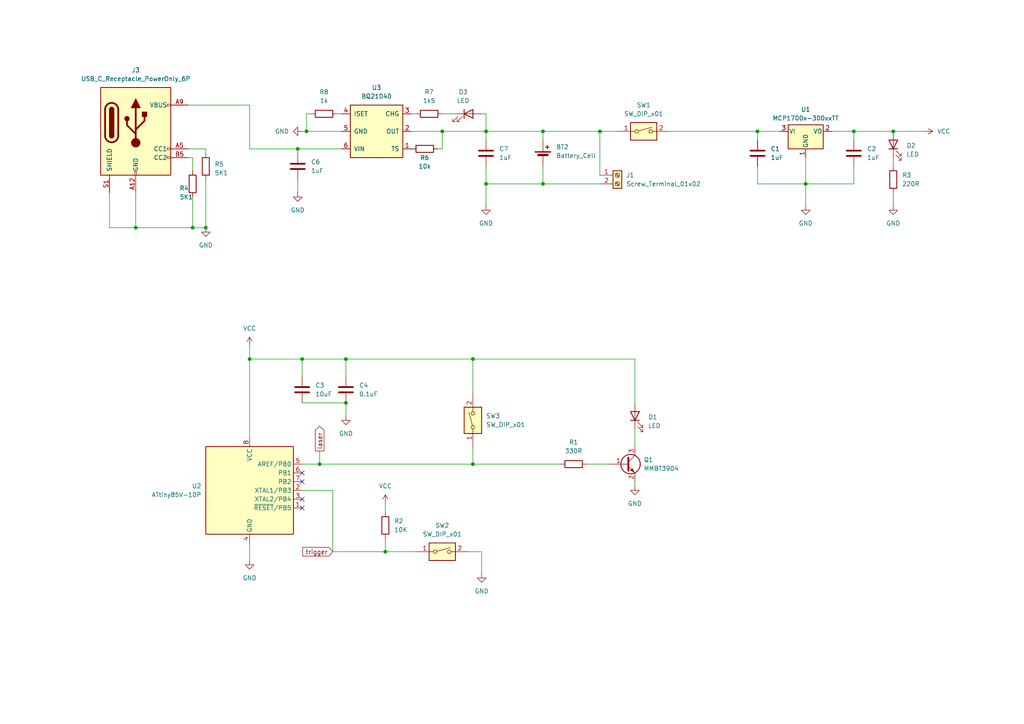
<source format=kicad_sch>
(kicad_sch (version 20230121) (generator eeschema)
  (paper "A4")
  (lib_symbols
    (symbol "BQ21040:BQ21040" (pin_names (offset 1.016))
      (property "Reference" "U" (at -6.35 11.43 0))
      (property "Value" "BQ21040" (at -3.81 8.89 0))
      (symbol "BQ21040_0_1"
        (rectangle (start -7.62 7.62) (end 7.62 -7.62) (stroke (width 0.254)) (fill (type background)))
      )
      (symbol "BQ21040_1_1"
        (pin input line (at -10.16 5.08 0) (length 2.54) (name "TS") (number "1"))
        (pin power_out line (at -10.16 0 0) (length 2.54) (name "OUT") (number "2"))
        (pin output line (at -10.16 -5.08 0) (length 2.54) (name "CHG") (number "3"))
        (pin input line (at 10.16 -5.08 180) (length 2.54) (name "ISET") (number "4"))
        (pin power_in line (at 10.16 0 180) (length 2.54) (name "GND") (number "5"))
        (pin power_in line (at 10.16 5.08 180) (length 2.54) (name "VIN") (number "6"))
      )
    )
    (symbol "Battery_Cell_1" (pin_numbers hide) (pin_names (offset 0) hide)
      (property "Reference" "BT" (at 2.54 2.54 0))
      (property "Value" "Battery_Cell" (at 2.54 0 0))
      (symbol "Battery_Cell_1_0_1"
        (rectangle (start -2.286 1.778) (end 2.286 1.524) (fill (type outline)))
        (rectangle (start -1.524 1.016) (end 1.524 0.508) (fill (type outline)))
        (polyline (pts (xy 0 0.762) (xy 0 0)))
        (polyline (pts (xy 0 1.778) (xy 0 2.54)))
        (polyline (pts (xy 0.762 3.048) (xy 1.778 3.048)) (stroke (width 0.254)))
        (polyline (pts (xy 1.27 3.556) (xy 1.27 2.54)) (stroke (width 0.254)))
      )
      (symbol "Battery_Cell_1_1_1"
        (pin passive line (at 0 5.08 270) (length 2.54) (name "+") (number "1"))
        (pin passive line (at 0 -2.54 90) (length 2.54) (name "-") (number "2"))
      )
    )
    (symbol "Connector:Screw_Terminal_01x02" (pin_names (offset 1.016) hide)
      (property "Reference" "J" (at 0 2.54 0))
      (property "Value" "Screw_Terminal_01x02" (at 0 -5.08 0))
      (symbol "Screw_Terminal_01x02_1_1"
        (rectangle (start -1.27 1.27) (end 1.27 -3.81) (stroke (width 0.254)) (fill (type background)))
        (circle (center 0 -2.54) (radius 0.635) (stroke (width 0.1524)))
        (polyline (pts (xy -0.5334 -2.2098) (xy 0.3302 -3.048)) (stroke (width 0.1524)))
        (polyline (pts (xy -0.5334 0.3302) (xy 0.3302 -0.508)) (stroke (width 0.1524)))
        (polyline (pts (xy -0.3556 -2.032) (xy 0.508 -2.8702)) (stroke (width 0.1524)))
        (polyline (pts (xy -0.3556 0.508) (xy 0.508 -0.3302)) (stroke (width 0.1524)))
        (circle (center 0 0) (radius 0.635) (stroke (width 0.1524)))
        (pin passive line (at -5.08 0 0) (length 3.81) (name "Pin_1") (number "1"))
        (pin passive line (at -5.08 -2.54 0) (length 3.81) (name "Pin_2") (number "2"))
      )
    )
    (symbol "Connector:USB_C_Receptacle_PowerOnly_6P" (pin_names (offset 1.016))
      (property "Reference" "J" (at 0 16.51 0))
      (property "Value" "USB_C_Receptacle_PowerOnly_6P" (at 0 13.97 0))
      (symbol "USB_C_Receptacle_PowerOnly_6P_0_0"
        (rectangle (start -0.254 -12.7) (end 0.254 -11.684))
        (rectangle (start 10.16 -7.366) (end 9.144 -7.874))
        (rectangle (start 10.16 -4.826) (end 9.144 -5.334))
        (rectangle (start 10.16 7.874) (end 9.144 7.366))
      )
      (symbol "USB_C_Receptacle_PowerOnly_6P_0_1"
        (rectangle (start -10.16 12.7) (end 10.16 -12.7) (stroke (width 0.254)) (fill (type background)))
        (arc (start -8.89 -1.27) (mid -6.985 -3.1667) (end -5.08 -1.27) (stroke (width 0.508)))
        (arc (start -7.62 -1.27) (mid -6.985 -1.9023) (end -6.35 -1.27) (stroke (width 0.254)))
        (arc (start -7.62 -1.27) (mid -6.985 -1.9023) (end -6.35 -1.27) (stroke (width 0.254)) (fill (type outline)))
        (rectangle (start -7.62 -1.27) (end -6.35 6.35) (stroke (width 0.254)) (fill (type outline)))
        (arc (start -6.35 6.35) (mid -6.985 6.9823) (end -7.62 6.35) (stroke (width 0.254)))
        (arc (start -6.35 6.35) (mid -6.985 6.9823) (end -7.62 6.35) (stroke (width 0.254)) (fill (type outline)))
        (arc (start -5.08 6.35) (mid -6.985 8.2467) (end -8.89 6.35) (stroke (width 0.508)))
        (circle (center -2.54 3.683) (radius 0.635) (stroke (width 0.254)) (fill (type outline)))
        (circle (center 0 -3.302) (radius 1.27) (fill (type outline)))
        (polyline (pts (xy -8.89 -1.27) (xy -8.89 6.35)) (stroke (width 0.508)))
        (polyline (pts (xy -5.08 6.35) (xy -5.08 -1.27)) (stroke (width 0.508)))
        (polyline (pts (xy 0 -3.302) (xy 0 6.858)) (stroke (width 0.508)))
        (polyline (pts (xy 0 -0.762) (xy -2.54 1.778) (xy -2.54 3.048)) (stroke (width 0.508)))
        (polyline (pts (xy 0 0.508) (xy 2.54 3.048) (xy 2.54 4.318)) (stroke (width 0.508)))
        (polyline (pts (xy -1.27 6.858) (xy 0 9.398) (xy 1.27 6.858) (xy -1.27 6.858)) (stroke (width 0.254)) (fill (type outline)))
        (rectangle (start 1.905 4.318) (end 3.175 5.588) (stroke (width 0.254)) (fill (type outline)))
      )
      (symbol "USB_C_Receptacle_PowerOnly_6P_1_1"
        (pin passive line (at 0 -17.78 90) (length 5.08) (name "GND") (number "A12"))
        (pin bidirectional line (at 15.24 -5.08 180) (length 5.08) (name "CC1") (number "A5"))
        (pin passive line (at 15.24 7.62 180) (length 5.08) (name "VBUS") (number "A9"))
        (pin passive line (at 0 -17.78 90) (length 5.08) hide (name "GND") (number "B12"))
        (pin bidirectional line (at 15.24 -7.62 180) (length 5.08) (name "CC2") (number "B5"))
        (pin passive line (at 15.24 7.62 180) (length 5.08) hide (name "VBUS") (number "B9"))
        (pin passive line (at -7.62 -17.78 90) (length 5.08) (name "SHIELD") (number "S1"))
      )
    )
    (symbol "Device:C" (pin_numbers hide) (pin_names (offset 0.254))
      (property "Reference" "C" (at 0.635 2.54 0))
      (property "Value" "C" (at 0.635 -2.54 0))
      (symbol "C_0_1"
        (polyline (pts (xy -2.032 -0.762) (xy 2.032 -0.762)) (stroke (width 0.508)))
        (polyline (pts (xy -2.032 0.762) (xy 2.032 0.762)) (stroke (width 0.508)))
      )
      (symbol "C_1_1"
        (pin passive line (at 0 3.81 270) (length 2.794) (name "~") (number "1"))
        (pin passive line (at 0 -3.81 90) (length 2.794) (name "~") (number "2"))
      )
    )
    (symbol "Device:LED" (pin_numbers hide) (pin_names (offset 1.016) hide)
      (property "Reference" "D" (at 0 2.54 0))
      (property "Value" "LED" (at 0 -2.54 0))
      (symbol "LED_0_1"
        (polyline (pts (xy -1.27 -1.27) (xy -1.27 1.27)) (stroke (width 0.254)))
        (polyline (pts (xy -1.27 0) (xy 1.27 0)))
        (polyline (pts (xy 1.27 -1.27) (xy 1.27 1.27) (xy -1.27 0) (xy 1.27 -1.27)) (stroke (width 0.254)))
        (polyline (pts (xy -3.048 -0.762) (xy -4.572 -2.286) (xy -3.81 -2.286) (xy -4.572 -2.286) (xy -4.572 -1.524)))
        (polyline (pts (xy -1.778 -0.762) (xy -3.302 -2.286) (xy -2.54 -2.286) (xy -3.302 -2.286) (xy -3.302 -1.524)))
      )
      (symbol "LED_1_1"
        (pin passive line (at -3.81 0 0) (length 2.54) (name "K") (number "1"))
        (pin passive line (at 3.81 0 180) (length 2.54) (name "A") (number "2"))
      )
    )
    (symbol "Device:R" (pin_numbers hide) (pin_names (offset 0))
      (property "Reference" "R" (at 2.032 0 90))
      (property "Value" "R" (at 0 0 90))
      (symbol "R_0_1"
        (rectangle (start -1.016 -2.54) (end 1.016 2.54) (stroke (width 0.254)))
      )
      (symbol "R_1_1"
        (pin passive line (at 0 3.81 270) (length 1.27) (name "~") (number "1"))
        (pin passive line (at 0 -3.81 90) (length 1.27) (name "~") (number "2"))
      )
    )
    (symbol "MCU_Microchip_ATtiny:ATtiny85V-10P"
      (property "Reference" "U" (at -12.7 13.97 0))
      (property "Value" "ATtiny85V-10P" (at 2.54 -13.97 0))
      (symbol "ATtiny85V-10P_0_1"
        (rectangle (start -12.7 -12.7) (end 12.7 12.7) (stroke (width 0.254)) (fill (type background)))
      )
      (symbol "ATtiny85V-10P_1_1"
        (pin bidirectional line (at 15.24 -5.08 180) (length 2.54) (name "~{RESET}/PB5") (number "1"))
        (pin bidirectional line (at 15.24 0 180) (length 2.54) (name "XTAL1/PB3") (number "2"))
        (pin bidirectional line (at 15.24 -2.54 180) (length 2.54) (name "XTAL2/PB4") (number "3"))
        (pin power_in line (at 0 -15.24 90) (length 2.54) (name "GND") (number "4"))
        (pin bidirectional line (at 15.24 7.62 180) (length 2.54) (name "AREF/PB0") (number "5"))
        (pin bidirectional line (at 15.24 5.08 180) (length 2.54) (name "PB1") (number "6"))
        (pin bidirectional line (at 15.24 2.54 180) (length 2.54) (name "PB2") (number "7"))
        (pin power_in line (at 0 15.24 270) (length 2.54) (name "VCC") (number "8"))
      )
    )
    (symbol "Regulator_Linear:MCP1700x-300xxTT" (pin_names (offset 0.254))
      (property "Reference" "U" (at -3.81 3.175 0))
      (property "Value" "MCP1700x-300xxTT" (at 0 3.175 0))
      (symbol "MCP1700x-300xxTT_0_1"
        (rectangle (start -5.08 1.905) (end 5.08 -5.08) (stroke (width 0.254)) (fill (type background)))
      )
      (symbol "MCP1700x-300xxTT_1_1"
        (pin power_in line (at 0 -7.62 90) (length 2.54) (name "GND") (number "1"))
        (pin power_out line (at 7.62 0 180) (length 2.54) (name "VO") (number "2"))
        (pin power_in line (at -7.62 0 0) (length 2.54) (name "VI") (number "3"))
      )
    )
    (symbol "Switch:SW_DIP_x01" (pin_names (offset 0) hide)
      (property "Reference" "SW" (at 0 3.81 0))
      (property "Value" "SW_DIP_x01" (at 0 -3.81 0))
      (symbol "SW_DIP_x01_0_0"
        (circle (center -2.032 0) (radius 0.508))
        (polyline (pts (xy -1.524 0.127) (xy 2.3622 1.1684)))
        (circle (center 2.032 0) (radius 0.508))
      )
      (symbol "SW_DIP_x01_0_1"
        (rectangle (start -3.81 2.54) (end 3.81 -2.54) (stroke (width 0.254)) (fill (type background)))
      )
      (symbol "SW_DIP_x01_1_1"
        (pin passive line (at -7.62 0 0) (length 5.08) (name "~") (number "1"))
        (pin passive line (at 7.62 0 180) (length 5.08) (name "~") (number "2"))
      )
    )
    (symbol "Transistor_BJT:MMBT3904" (pin_names (offset 0) hide)
      (property "Reference" "Q" (at 5.08 1.905 0))
      (property "Value" "MMBT3904" (at 5.08 0 0))
      (symbol "MMBT3904_0_1"
        (polyline (pts (xy 0.635 0.635) (xy 2.54 2.54)))
        (polyline (pts (xy 0.635 -0.635) (xy 2.54 -2.54) (xy 2.54 -2.54)))
        (polyline (pts (xy 0.635 1.905) (xy 0.635 -1.905) (xy 0.635 -1.905)) (stroke (width 0.508)))
        (polyline (pts (xy 1.27 -1.778) (xy 1.778 -1.27) (xy 2.286 -2.286) (xy 1.27 -1.778) (xy 1.27 -1.778)) (fill (type outline)))
        (circle (center 1.27 0) (radius 2.8194) (stroke (width 0.254)))
      )
      (symbol "MMBT3904_1_1"
        (pin input line (at -5.08 0 0) (length 5.715) (name "B") (number "1"))
        (pin passive line (at 2.54 -5.08 90) (length 2.54) (name "E") (number "2"))
        (pin passive line (at 2.54 5.08 270) (length 2.54) (name "C") (number "3"))
      )
    )
    (symbol "power:GND" (power) (pin_names (offset 0))
      (property "Value" "GND" (at 0 -3.81 0))
      (symbol "GND_0_1"
        (polyline (pts (xy 0 0) (xy 0 -1.27) (xy 1.27 -1.27) (xy 0 -2.54) (xy -1.27 -1.27) (xy 0 -1.27)))
      )
      (symbol "GND_1_1"
        (pin power_in line (at 0 0 270) (length 0) hide (name "GND") (number "1"))
      )
    )
    (symbol "power:VCC" (power) (pin_names (offset 0))
      (property "Value" "VCC" (at 0 3.81 0))
      (symbol "VCC_0_1"
        (polyline (pts (xy -0.762 1.27) (xy 0 2.54)))
        (polyline (pts (xy 0 0) (xy 0 2.54)))
        (polyline (pts (xy 0 2.54) (xy 0.762 1.27)))
      )
      (symbol "VCC_1_1"
        (pin power_in line (at 0 0 90) (length 0) hide (name "VCC") (number "1"))
      )
    )
  )
  (junction (at 86.36 43.18))
  (junction (at 128.27 38.1))
  (junction (at 100.33 104.14))
  (junction (at 173.99 38.1))
  (junction (at 233.68 53.34))
  (junction (at 87.63 104.14))
  (junction (at 140.97 38.1))
  (junction (at 55.88 66.04))
  (junction (at 88.9 38.1))
  (junction (at 157.48 53.34))
  (junction (at 259.08 38.1))
  (junction (at 219.71 38.1))
  (junction (at 111.76 160.02))
  (junction (at 100.33 116.84))
  (junction (at 247.65 38.1))
  (junction (at 72.39 104.14))
  (junction (at 137.16 104.14))
  (junction (at 59.69 66.04))
  (junction (at 137.16 134.62))
  (junction (at 39.37 66.04))
  (junction (at 157.48 38.1))
  (junction (at 92.71 134.62))
  (junction (at 140.97 53.34))
  (no_connect (at 87.63 137.16))
  (no_connect (at 87.63 147.32))
  (no_connect (at 87.63 139.7))
  (no_connect (at 87.63 144.78))
  (wire (pts (xy 92.71 134.62) (xy 87.63 134.62)))
  (wire (pts (xy 259.08 38.1) (xy 247.65 38.1)))
  (wire (pts (xy 140.97 33.02) (xy 139.7 33.02)))
  (wire (pts (xy 184.15 124.46) (xy 184.15 129.54)))
  (wire (pts (xy 128.27 38.1) (xy 128.27 43.18)))
  (wire (pts (xy 162.56 134.62) (xy 137.16 134.62)))
  (wire (pts (xy 137.16 104.14) (xy 137.16 114.3)))
  (wire (pts (xy 39.37 66.04) (xy 55.88 66.04)))
  (wire (pts (xy 88.9 38.1) (xy 99.06 38.1)))
  (wire (pts (xy 219.71 38.1) (xy 219.71 40.64)))
  (wire (pts (xy 96.52 142.24) (xy 96.52 160.02)))
  (wire (pts (xy 140.97 59.69) (xy 140.97 53.34)))
  (wire (pts (xy 173.99 38.1) (xy 173.99 50.8)))
  (wire (pts (xy 135.89 160.02) (xy 139.7 160.02)))
  (wire (pts (xy 88.9 33.02) (xy 88.9 38.1)))
  (wire (pts (xy 173.99 38.1) (xy 179.07 38.1)))
  (wire (pts (xy 157.48 53.34) (xy 140.97 53.34)))
  (wire (pts (xy 88.9 38.1) (xy 87.63 38.1)))
  (wire (pts (xy 233.68 45.72) (xy 233.68 53.34)))
  (wire (pts (xy 219.71 53.34) (xy 219.71 48.26)))
  (wire (pts (xy 219.71 38.1) (xy 226.06 38.1)))
  (wire (pts (xy 157.48 38.1) (xy 173.99 38.1)))
  (wire (pts (xy 72.39 43.18) (xy 86.36 43.18)))
  (wire (pts (xy 86.36 43.18) (xy 86.36 44.45)))
  (wire (pts (xy 88.9 33.02) (xy 90.17 33.02)))
  (wire (pts (xy 59.69 43.18) (xy 59.69 44.45)))
  (wire (pts (xy 194.31 38.1) (xy 219.71 38.1)))
  (wire (pts (xy 157.48 38.1) (xy 140.97 38.1)))
  (wire (pts (xy 54.61 30.48) (xy 72.39 30.48)))
  (wire (pts (xy 97.79 33.02) (xy 99.06 33.02)))
  (wire (pts (xy 31.75 55.88) (xy 31.75 66.04)))
  (wire (pts (xy 111.76 160.02) (xy 120.65 160.02)))
  (wire (pts (xy 184.15 116.84) (xy 184.15 104.14)))
  (wire (pts (xy 54.61 43.18) (xy 59.69 43.18)))
  (wire (pts (xy 92.71 130.81) (xy 92.71 134.62)))
  (wire (pts (xy 170.18 134.62) (xy 176.53 134.62)))
  (wire (pts (xy 137.16 134.62) (xy 92.71 134.62)))
  (wire (pts (xy 241.3 38.1) (xy 247.65 38.1)))
  (wire (pts (xy 137.16 129.54) (xy 137.16 134.62)))
  (wire (pts (xy 157.48 40.64) (xy 157.48 38.1)))
  (wire (pts (xy 72.39 104.14) (xy 72.39 127)))
  (wire (pts (xy 100.33 116.84) (xy 100.33 120.65)))
  (wire (pts (xy 54.61 45.72) (xy 55.88 45.72)))
  (wire (pts (xy 120.65 33.02) (xy 119.38 33.02)))
  (wire (pts (xy 247.65 48.26) (xy 247.65 53.34)))
  (wire (pts (xy 259.08 45.72) (xy 259.08 48.26)))
  (wire (pts (xy 259.08 55.88) (xy 259.08 59.69)))
  (wire (pts (xy 184.15 139.7) (xy 184.15 140.97)))
  (wire (pts (xy 247.65 53.34) (xy 233.68 53.34)))
  (wire (pts (xy 140.97 33.02) (xy 140.97 38.1)))
  (wire (pts (xy 139.7 160.02) (xy 139.7 166.37)))
  (wire (pts (xy 111.76 156.21) (xy 111.76 160.02)))
  (wire (pts (xy 55.88 57.15) (xy 55.88 66.04)))
  (wire (pts (xy 267.97 38.1) (xy 259.08 38.1)))
  (wire (pts (xy 184.15 104.14) (xy 137.16 104.14)))
  (wire (pts (xy 233.68 53.34) (xy 219.71 53.34)))
  (wire (pts (xy 72.39 30.48) (xy 72.39 43.18)))
  (wire (pts (xy 128.27 43.18) (xy 127 43.18)))
  (wire (pts (xy 87.63 104.14) (xy 72.39 104.14)))
  (wire (pts (xy 39.37 55.88) (xy 39.37 66.04)))
  (wire (pts (xy 96.52 160.02) (xy 111.76 160.02)))
  (wire (pts (xy 86.36 55.88) (xy 86.36 52.07)))
  (wire (pts (xy 55.88 45.72) (xy 55.88 49.53)))
  (wire (pts (xy 72.39 157.48) (xy 72.39 162.56)))
  (wire (pts (xy 140.97 53.34) (xy 140.97 48.26)))
  (wire (pts (xy 87.63 116.84) (xy 100.33 116.84)))
  (wire (pts (xy 233.68 53.34) (xy 233.68 59.69)))
  (wire (pts (xy 140.97 38.1) (xy 140.97 40.64)))
  (wire (pts (xy 87.63 109.22) (xy 87.63 104.14)))
  (wire (pts (xy 86.36 43.18) (xy 99.06 43.18)))
  (wire (pts (xy 157.48 53.34) (xy 173.99 53.34)))
  (wire (pts (xy 128.27 33.02) (xy 132.08 33.02)))
  (wire (pts (xy 247.65 38.1) (xy 247.65 40.64)))
  (wire (pts (xy 59.69 52.07) (xy 59.69 66.04)))
  (wire (pts (xy 55.88 66.04) (xy 59.69 66.04)))
  (wire (pts (xy 72.39 100.33) (xy 72.39 104.14)))
  (wire (pts (xy 31.75 66.04) (xy 39.37 66.04)))
  (wire (pts (xy 157.48 48.26) (xy 157.48 53.34)))
  (wire (pts (xy 137.16 104.14) (xy 100.33 104.14)))
  (wire (pts (xy 128.27 38.1) (xy 140.97 38.1)))
  (wire (pts (xy 100.33 104.14) (xy 87.63 104.14)))
  (wire (pts (xy 111.76 146.05) (xy 111.76 148.59)))
  (wire (pts (xy 100.33 109.22) (xy 100.33 104.14)))
  (wire (pts (xy 119.38 38.1) (xy 128.27 38.1)))
  (wire (pts (xy 96.52 142.24) (xy 87.63 142.24)))
  (global_label "trigger" (shape input) (at 96.52 160.02 180) (property "Intersheetrefs" "${INTERSHEET_REFS}" (effects hide)))
  (global_label "laser" (shape output) (at 92.71 130.81 90) (property "Intersheetrefs" "${INTERSHEET_REFS}" (effects hide)))
  (symbol (lib_id "power:GND") (at 59.69 66.04 0) (unit 1)
    (property "Reference" "#PWR07" (effects hide))
    (property "Value" "GND" (at 59.69 71.12 0))
  )
  (symbol (lib_id "power:GND") (at 184.15 140.97 0) (unit 1)
    (property "Reference" "#PWR05" (effects hide))
    (property "Value" "GND" (at 184.15 146.05 0))
  )
  (symbol (lib_id "power:GND") (at 87.63 38.1 270) (unit 1)
    (property "Reference" "#PWR09" (effects hide))
    (property "Value" "GND" (at 83.82 38.1 90) (effects (justify right)))
  )
  (symbol (lib_name "Battery_Cell_1") (lib_id "Device:Battery_Cell") (at 157.48 45.72 0) (unit 1)
    (property "Reference" "BT2" (at 161.29 42.6085 0) (effects (justify left)))
    (property "Value" "Battery_Cell" (at 161.29 45.1485 0) (effects (justify left)))
    (property "Footprint" "Connector_Hirose:Hirose_DF13C_CL535-0402-2-51_1x02-1MP_P1.25mm_Vertical" (effects hide))
  )
  (symbol (lib_id "Device:R") (at 259.08 52.07 0) (unit 1)
    (property "Reference" "R3" (at 261.62 50.8 0) (effects (justify left)))
    (property "Value" "220R" (at 261.62 53.34 0) (effects (justify left)))
    (property "Footprint" "Resistor_SMD:R_0603_1608Metric" (effects hide))
  )
  (symbol (lib_id "Regulator_Linear:MCP1700x-300xxTT") (at 233.68 38.1 0) (unit 1)
    (property "Reference" "U1" (at 233.68 31.75 0))
    (property "Value" "MCP1700x-300xxTT" (at 233.68 34.29 0))
    (property "Footprint" "Package_TO_SOT_SMD:SOT-23" (effects hide))
    (property "Datasheet" "http://ww1.microchip.com/downloads/en/DeviceDoc/20001826D.pdf" (effects hide))
  )
  (symbol (lib_id "Connector:Screw_Terminal_01x02") (at 179.07 50.8 0) (unit 1)
    (property "Reference" "J1" (at 181.61 50.8 0) (effects (justify left)))
    (property "Value" "Screw_Terminal_01x02" (at 181.61 53.34 0) (effects (justify left)))
    (property "Footprint" "Connector_PinSocket_2.54mm:PinSocket_1x02_P2.54mm_Vertical" (effects hide))
  )
  (symbol (lib_id "power:GND") (at 259.08 59.69 0) (unit 1)
    (property "Reference" "#PWR013" (effects hide))
    (property "Value" "GND" (at 259.08 64.77 0))
  )
  (symbol (lib_id "Device:R") (at 55.88 53.34 0) (unit 1)
    (property "Reference" "R4" (at 52.07 54.61 0) (effects (justify left)))
    (property "Value" "5K1" (at 52.07 57.15 0) (effects (justify left)))
    (property "Footprint" "Resistor_SMD:R_0603_1608Metric" (effects hide))
  )
  (symbol (lib_id "BQ21040:BQ21040") (at 109.22 38.1 180) (unit 1)
    (property "Reference" "U3" (at 109.22 25.4 0))
    (property "Value" "BQ21040" (at 109.22 27.94 0))
    (property "Footprint" "Package_TO_SOT_SMD:SOT-23-6_Handsoldering" (effects hide))
    (property "Datasheet" "http://www.ti.com/lit/ds/symlink/bq21040.pdf" (effects hide))
  )
  (symbol (lib_id "Switch:SW_DIP_x01") (at 186.69 38.1 0) (unit 1)
    (property "Reference" "SW1" (at 186.69 30.48 0))
    (property "Value" "SW_DIP_x01" (at 186.69 33.02 0))
    (property "Footprint" "Button_Switch_THT:SW_Slide_SPDT_Straight_CK_OS102011MS2Q" (effects hide))
  )
  (symbol (lib_id "Device:R") (at 123.19 43.18 90) (unit 1)
    (property "Reference" "R6" (at 123.19 45.72 90))
    (property "Value" "10k" (at 123.19 48.26 90))
    (property "Footprint" "Resistor_SMD:R_0603_1608Metric" (effects hide))
  )
  (symbol (lib_id "Device:C") (at 86.36 48.26 0) (unit 1)
    (property "Reference" "C6" (at 90.17 46.99 0) (effects (justify left)))
    (property "Value" "1uF" (at 90.17 49.53 0) (effects (justify left)))
    (property "Footprint" "Capacitor_SMD:C_0603_1608Metric" (effects hide))
  )
  (symbol (lib_id "MCU_Microchip_ATtiny:ATtiny85V-10P") (at 72.39 142.24 0) (unit 1)
    (property "Reference" "U2" (at 58.42 140.97 0) (effects (justify right)))
    (property "Value" "ATtiny85V-10P" (at 58.42 143.51 0) (effects (justify right)))
    (property "Footprint" "Package_DIP:DIP-8_W7.62mm" (effects hide))
    (property "Datasheet" "http://ww1.microchip.com/downloads/en/DeviceDoc/atmel-2586-avr-8-bit-microcontroller-attiny25-attiny45-attiny85_datasheet.pdf" (effects hide))
  )
  (symbol (lib_id "Switch:SW_DIP_x01") (at 137.16 121.92 90) (unit 1)
    (property "Reference" "SW3" (at 140.97 120.65 90) (effects (justify right)))
    (property "Value" "SW_DIP_x01" (at 140.97 123.19 90) (effects (justify right)))
    (property "Footprint" "Button_Switch_THT:SW_CK_JS202011CQN_DPDT_Straight" (effects hide))
  )
  (symbol (lib_id "power:GND") (at 140.97 59.69 0) (unit 1)
    (property "Reference" "#PWR010" (effects hide))
    (property "Value" "GND" (at 140.97 64.77 0))
  )
  (symbol (lib_id "Device:R") (at 93.98 33.02 90) (unit 1)
    (property "Reference" "R8" (at 93.98 26.67 90))
    (property "Value" "1k" (at 93.98 29.21 90))
    (property "Footprint" "Resistor_SMD:R_0603_1608Metric" (effects hide))
  )
  (symbol (lib_id "power:VCC") (at 111.76 146.05 0) (unit 1)
    (property "Reference" "#PWR012" (effects hide))
    (property "Value" "VCC" (at 111.76 140.97 0))
  )
  (symbol (lib_id "power:GND") (at 86.36 55.88 0) (unit 1)
    (property "Reference" "#PWR08" (effects hide))
    (property "Value" "GND" (at 86.36 60.96 0))
  )
  (symbol (lib_id "power:GND") (at 139.7 166.37 0) (unit 1)
    (property "Reference" "#PWR011" (effects hide))
    (property "Value" "GND" (at 139.7 171.45 0))
  )
  (symbol (lib_id "Device:C") (at 100.33 113.03 0) (unit 1)
    (property "Reference" "C4" (at 104.14 111.76 0) (effects (justify left)))
    (property "Value" "0.1uF" (at 104.14 114.3 0) (effects (justify left)))
    (property "Footprint" "Resistor_SMD:R_0603_1608Metric" (effects hide))
  )
  (symbol (lib_id "power:GND") (at 72.39 162.56 0) (unit 1)
    (property "Reference" "#PWR04" (effects hide))
    (property "Value" "GND" (at 72.39 167.64 0))
  )
  (symbol (lib_id "Device:C") (at 87.63 113.03 0) (unit 1)
    (property "Reference" "C3" (at 91.44 111.76 0) (effects (justify left)))
    (property "Value" "10uF" (at 91.44 114.3 0) (effects (justify left)))
    (property "Footprint" "Resistor_SMD:R_0603_1608Metric" (effects hide))
  )
  (symbol (lib_id "Transistor_BJT:MMBT3904") (at 181.61 134.62 0) (unit 1)
    (property "Reference" "Q1" (at 186.69 133.35 0) (effects (justify left)))
    (property "Value" "MMBT3904" (at 186.69 135.89 0) (effects (justify left)))
    (property "Footprint" "Package_TO_SOT_SMD:SOT-23" (effects hide))
    (property "Datasheet" "https://www.onsemi.com/pdf/datasheet/pzt3904-d.pdf" (effects hide))
  )
  (symbol (lib_id "power:VCC") (at 267.97 38.1 270) (unit 1)
    (property "Reference" "#PWR01" (effects hide))
    (property "Value" "VCC" (at 271.78 38.1 90) (effects (justify left)))
  )
  (symbol (lib_id "Device:LED") (at 184.15 120.65 90) (unit 1)
    (property "Reference" "D1" (at 187.96 120.9675 90) (effects (justify right)))
    (property "Value" "LED" (at 187.96 123.5075 90) (effects (justify right)))
    (property "Footprint" "Connector_PinSocket_2.54mm:PinSocket_1x02_P2.54mm_Vertical" (effects hide))
  )
  (symbol (lib_id "Device:LED") (at 135.89 33.02 0) (unit 1)
    (property "Reference" "D3" (at 134.3025 26.67 0))
    (property "Value" "LED" (at 134.3025 29.21 0))
    (property "Footprint" "LED_SMD:LED_0603_1608Metric" (effects hide))
  )
  (symbol (lib_id "power:GND") (at 233.68 59.69 0) (unit 1)
    (property "Reference" "#PWR02" (effects hide))
    (property "Value" "GND" (at 233.68 64.77 0))
  )
  (symbol (lib_id "power:GND") (at 100.33 120.65 0) (unit 1)
    (property "Reference" "#PWR06" (effects hide))
    (property "Value" "GND" (at 100.33 125.73 0))
  )
  (symbol (lib_id "Device:C") (at 247.65 44.45 0) (unit 1)
    (property "Reference" "C2" (at 251.46 43.18 0) (effects (justify left)))
    (property "Value" "1uF" (at 251.46 45.72 0) (effects (justify left)))
    (property "Footprint" "Capacitor_SMD:C_0603_1608Metric" (effects hide))
  )
  (symbol (lib_id "Device:R") (at 166.37 134.62 90) (unit 1)
    (property "Reference" "R1" (at 166.37 128.27 90))
    (property "Value" "330R" (at 166.37 130.81 90))
    (property "Footprint" "Resistor_SMD:R_0603_1608Metric" (effects hide))
  )
  (symbol (lib_id "Device:R") (at 124.46 33.02 90) (unit 1)
    (property "Reference" "R7" (at 124.46 26.67 90))
    (property "Value" "1k5" (at 124.46 29.21 90))
    (property "Footprint" "Resistor_SMD:R_0603_1608Metric" (effects hide))
  )
  (symbol (lib_id "Device:LED") (at 259.08 41.91 90) (unit 1)
    (property "Reference" "D2" (at 262.89 42.2275 90) (effects (justify right)))
    (property "Value" "LED" (at 262.89 44.7675 90) (effects (justify right)))
    (property "Footprint" "LED_SMD:LED_0603_1608Metric" (effects hide))
  )
  (symbol (lib_id "Device:C") (at 219.71 44.45 0) (unit 1)
    (property "Reference" "C1" (at 223.52 43.18 0) (effects (justify left)))
    (property "Value" "1uF" (at 223.52 45.72 0) (effects (justify left)))
    (property "Footprint" "Capacitor_SMD:C_0603_1608Metric" (effects hide))
  )
  (symbol (lib_id "power:VCC") (at 72.39 100.33 0) (unit 1)
    (property "Reference" "#PWR03" (effects hide))
    (property "Value" "VCC" (at 72.39 95.25 0))
  )
  (symbol (lib_id "Switch:SW_DIP_x01") (at 128.27 160.02 0) (unit 1)
    (property "Reference" "SW2" (at 128.27 152.4 0))
    (property "Value" "SW_DIP_x01" (at 128.27 154.94 0))
    (property "Footprint" "Connector_PinSocket_2.54mm:PinSocket_1x02_P2.54mm_Vertical" (effects hide))
  )
  (symbol (lib_id "Device:R") (at 59.69 48.26 0) (unit 1)
    (property "Reference" "R5" (at 62.23 47.625 0) (effects (justify left)))
    (property "Value" "5K1" (at 62.23 50.165 0) (effects (justify left)))
    (property "Footprint" "Resistor_SMD:R_0603_1608Metric" (effects hide))
  )
  (symbol (lib_id "Device:R") (at 111.76 152.4 0) (unit 1)
    (property "Reference" "R2" (at 114.3 151.13 0) (effects (justify left)))
    (property "Value" "10K" (at 114.3 153.67 0) (effects (justify left)))
    (property "Footprint" "Resistor_SMD:R_0603_1608Metric" (effects hide))
  )
  (symbol (lib_id "Connector:USB_C_Receptacle_PowerOnly_6P") (at 39.37 38.1 0) (unit 1)
    (property "Reference" "J3" (at 39.37 20.32 0))
    (property "Value" "USB_C_Receptacle_PowerOnly_6P" (at 39.37 22.86 0))
    (property "Footprint" "Connector_USB:USB_C_Receptacle_GCT_USB4115-03-C" (effects hide))
    (property "Datasheet" "https://www.usb.org/sites/default/files/documents/usb_type-c.zip" (effects hide))
  )
  (symbol (lib_id "Device:C") (at 140.97 44.45 0) (unit 1)
    (property "Reference" "C7" (at 144.78 43.18 0) (effects (justify left)))
    (property "Value" "1uF" (at 144.78 45.72 0) (effects (justify left)))
    (property "Footprint" "Capacitor_SMD:C_0603_1608Metric" (effects hide))
  )
)
</source>
